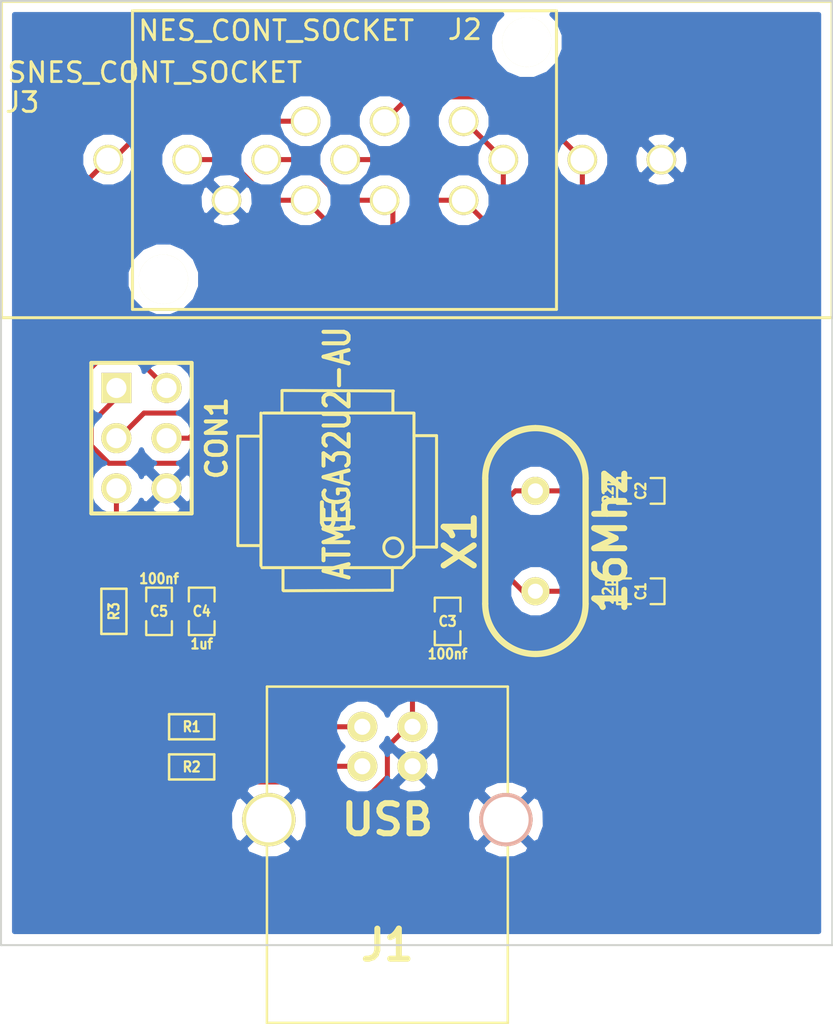
<source format=kicad_pcb>
(kicad_pcb (version 3) (host pcbnew "(22-Jun-2014 BZR 4027)-stable")

  (general
    (links 47)
    (no_connects 3)
    (area 194.640999 121.615999 227.253001 165.912001)
    (thickness 1.6)
    (drawings 8)
    (tracks 127)
    (zones 0)
    (modules 14)
    (nets 19)
  )

  (page A3)
  (layers
    (15 F.Cu signal)
    (0 B.Cu signal)
    (16 B.Adhes user)
    (17 F.Adhes user)
    (18 B.Paste user)
    (19 F.Paste user)
    (20 B.SilkS user)
    (21 F.SilkS user)
    (22 B.Mask user)
    (23 F.Mask user)
    (24 Dwgs.User user)
    (25 Cmts.User user)
    (26 Eco1.User user)
    (27 Eco2.User user)
    (28 Edge.Cuts user)
  )

  (setup
    (last_trace_width 0.254)
    (trace_clearance 0.254)
    (zone_clearance 0.508)
    (zone_45_only no)
    (trace_min 0.254)
    (segment_width 0.2)
    (edge_width 0.1)
    (via_size 0.889)
    (via_drill 0.635)
    (via_min_size 0.889)
    (via_min_drill 0.508)
    (uvia_size 0.508)
    (uvia_drill 0.127)
    (uvias_allowed no)
    (uvia_min_size 0.508)
    (uvia_min_drill 0.127)
    (pcb_text_width 0.3)
    (pcb_text_size 1.5 1.5)
    (mod_edge_width 0.15)
    (mod_text_size 1 1)
    (mod_text_width 0.15)
    (pad_size 2.5 2.5)
    (pad_drill 2.5)
    (pad_to_mask_clearance 0)
    (aux_axis_origin 0 0)
    (visible_elements FFFFFFBF)
    (pcbplotparams
      (layerselection 3178497)
      (usegerberextensions true)
      (excludeedgelayer true)
      (linewidth 0.150000)
      (plotframeref false)
      (viasonmask false)
      (mode 1)
      (useauxorigin false)
      (hpglpennumber 1)
      (hpglpenspeed 20)
      (hpglpendiameter 15)
      (hpglpenoverlay 2)
      (psnegative false)
      (psa4output false)
      (plotreference true)
      (plotvalue true)
      (plotothertext true)
      (plotinvisibletext false)
      (padsonsilk false)
      (subtractmaskfromsilk false)
      (outputformat 1)
      (mirror false)
      (drillshape 1)
      (scaleselection 1)
      (outputdirectory ""))
  )

  (net 0 "")
  (net 1 CLOCK)
  (net 2 DATA0_PIN)
  (net 3 DATA1_PIN)
  (net 4 DATA2_PIN)
  (net 5 GND)
  (net 6 LATCH)
  (net 7 MISO)
  (net 8 MOSI)
  (net 9 N-0000018)
  (net 10 N-0000020)
  (net 11 N-0000021)
  (net 12 N-0000022)
  (net 13 N-0000029)
  (net 14 N-0000030)
  (net 15 N-0000031)
  (net 16 RESET)
  (net 17 SCK)
  (net 18 VCC)

  (net_class Default "Ceci est la Netclass par défaut"
    (clearance 0.254)
    (trace_width 0.254)
    (via_dia 0.889)
    (via_drill 0.635)
    (uvia_dia 0.508)
    (uvia_drill 0.127)
    (add_net "")
    (add_net CLOCK)
    (add_net DATA0_PIN)
    (add_net DATA1_PIN)
    (add_net DATA2_PIN)
    (add_net GND)
    (add_net LATCH)
    (add_net MISO)
    (add_net MOSI)
    (add_net N-0000018)
    (add_net N-0000020)
    (add_net N-0000021)
    (add_net N-0000022)
    (add_net N-0000029)
    (add_net N-0000030)
    (add_net N-0000031)
    (add_net RESET)
    (add_net SCK)
    (add_net VCC)
  )

  (module USB_B (layer F.Cu) (tedit 48A935FA) (tstamp 53DD6FF2)
    (at 210.82 159.512)
    (tags USB)
    (path /53DB98C4)
    (fp_text reference J1 (at 0 6.35) (layer F.SilkS)
      (effects (font (size 1.524 1.524) (thickness 0.3048)))
    )
    (fp_text value USB (at 0 0) (layer F.SilkS)
      (effects (font (size 1.524 1.524) (thickness 0.3048)))
    )
    (fp_line (start -6.096 10.287) (end 6.096 10.287) (layer F.SilkS) (width 0.127))
    (fp_line (start 6.096 10.287) (end 6.096 -6.731) (layer F.SilkS) (width 0.127))
    (fp_line (start 6.096 -6.731) (end -6.096 -6.731) (layer F.SilkS) (width 0.127))
    (fp_line (start -6.096 -6.731) (end -6.096 10.287) (layer F.SilkS) (width 0.127))
    (pad 1 thru_hole circle (at 1.27 -4.699) (size 1.524 1.524) (drill 0.8128)
      (layers *.Cu *.Mask F.SilkS)
      (net 18 VCC)
    )
    (pad 2 thru_hole circle (at -1.27 -4.699) (size 1.524 1.524) (drill 0.8128)
      (layers *.Cu *.Mask F.SilkS)
      (net 12 N-0000022)
    )
    (pad 3 thru_hole circle (at -1.27 -2.70002) (size 1.524 1.524) (drill 0.8128)
      (layers *.Cu *.Mask F.SilkS)
      (net 9 N-0000018)
    )
    (pad 4 thru_hole circle (at 1.27 -2.70002) (size 1.524 1.524) (drill 0.8128)
      (layers *.Cu *.Mask F.SilkS)
      (net 5 GND)
    )
    (pad 5 np_thru_hole circle (at 5.99948 0) (size 2.70002 2.70002) (drill 2.30124)
      (layers *.Cu *.SilkS *.Mask)
      (net 5 GND)
    )
    (pad 6 thru_hole circle (at -5.99948 0) (size 2.70002 2.70002) (drill 2.30124)
      (layers *.Cu *.Mask F.SilkS)
      (net 5 GND)
    )
    (model connectors/USB_type_B.wrl
      (at (xyz 0 0 0.001))
      (scale (xyz 0.3937 0.3937 0.3937))
      (rotate (xyz 0 0 0))
    )
  )

  (module TQFP32 (layer F.Cu) (tedit 53DD7096) (tstamp 53DD7028)
    (at 208.28 142.875 180)
    (path /53DBB1ED)
    (fp_text reference U1 (at 0 -1.27 180) (layer F.SilkS)
      (effects (font (size 1.27 1.016) (thickness 0.2032)))
    )
    (fp_text value ATMEGA32U2-AU (at 0 1.905 270) (layer F.SilkS)
      (effects (font (size 1.27 1.016) (thickness 0.2032)))
    )
    (fp_line (start 5.0292 2.7686) (end 3.8862 2.7686) (layer F.SilkS) (width 0.1524))
    (fp_line (start 5.0292 -2.7686) (end 3.9116 -2.7686) (layer F.SilkS) (width 0.1524))
    (fp_line (start 5.0292 2.7686) (end 5.0292 -2.7686) (layer F.SilkS) (width 0.1524))
    (fp_line (start 2.794 3.9624) (end 2.794 5.0546) (layer F.SilkS) (width 0.1524))
    (fp_line (start -2.8194 3.9878) (end -2.8194 5.0546) (layer F.SilkS) (width 0.1524))
    (fp_line (start -2.8448 5.0546) (end 2.794 5.08) (layer F.SilkS) (width 0.1524))
    (fp_line (start -2.794 -5.0292) (end 2.7178 -5.0546) (layer F.SilkS) (width 0.1524))
    (fp_line (start -3.8862 -3.2766) (end -3.8862 3.9116) (layer F.SilkS) (width 0.1524))
    (fp_line (start 2.7432 -5.0292) (end 2.7432 -3.9878) (layer F.SilkS) (width 0.1524))
    (fp_line (start -3.2512 -3.8862) (end 3.81 -3.8862) (layer F.SilkS) (width 0.1524))
    (fp_line (start 3.8608 3.937) (end 3.8608 -3.7846) (layer F.SilkS) (width 0.1524))
    (fp_line (start -3.8862 3.937) (end 3.7338 3.937) (layer F.SilkS) (width 0.1524))
    (fp_line (start -5.0292 -2.8448) (end -5.0292 2.794) (layer F.SilkS) (width 0.1524))
    (fp_line (start -5.0292 2.794) (end -3.8862 2.794) (layer F.SilkS) (width 0.1524))
    (fp_line (start -3.87604 -3.302) (end -3.29184 -3.8862) (layer F.SilkS) (width 0.1524))
    (fp_line (start -5.02412 -2.8448) (end -3.87604 -2.8448) (layer F.SilkS) (width 0.1524))
    (fp_line (start -2.794 -3.8862) (end -2.794 -5.03428) (layer F.SilkS) (width 0.1524))
    (fp_circle (center -2.83972 -2.86004) (end -2.43332 -2.60604) (layer F.SilkS) (width 0.1524))
    (pad 8 smd rect (at -4.81584 2.77622 180) (size 1.99898 0.44958)
      (layers F.Cu F.Paste F.Mask)
      (net 2 DATA0_PIN)
    )
    (pad 7 smd rect (at -4.81584 1.97612 180) (size 1.99898 0.44958)
      (layers F.Cu F.Paste F.Mask)
      (net 3 DATA1_PIN)
    )
    (pad 6 smd rect (at -4.81584 1.17602 180) (size 1.99898 0.44958)
      (layers F.Cu F.Paste F.Mask)
      (net 4 DATA2_PIN)
    )
    (pad 5 smd rect (at -4.81584 0.37592 180) (size 1.99898 0.44958)
      (layers F.Cu F.Paste F.Mask)
    )
    (pad 4 smd rect (at -4.81584 -0.42418 180) (size 1.99898 0.44958)
      (layers F.Cu F.Paste F.Mask)
      (net 18 VCC)
    )
    (pad 3 smd rect (at -4.81584 -1.22428 180) (size 1.99898 0.44958)
      (layers F.Cu F.Paste F.Mask)
      (net 5 GND)
    )
    (pad 2 smd rect (at -4.81584 -2.02438 180) (size 1.99898 0.44958)
      (layers F.Cu F.Paste F.Mask)
      (net 15 N-0000031)
    )
    (pad 1 smd rect (at -4.81584 -2.82448 180) (size 1.99898 0.44958)
      (layers F.Cu F.Paste F.Mask)
      (net 14 N-0000030)
    )
    (pad 24 smd rect (at 4.7498 -2.8194 180) (size 1.99898 0.44958)
      (layers F.Cu F.Paste F.Mask)
      (net 16 RESET)
    )
    (pad 17 smd rect (at 4.7498 2.794 180) (size 1.99898 0.44958)
      (layers F.Cu F.Paste F.Mask)
      (net 7 MISO)
    )
    (pad 18 smd rect (at 4.7498 1.9812 180) (size 1.99898 0.44958)
      (layers F.Cu F.Paste F.Mask)
    )
    (pad 19 smd rect (at 4.7498 1.1684 180) (size 1.99898 0.44958)
      (layers F.Cu F.Paste F.Mask)
    )
    (pad 20 smd rect (at 4.7498 0.381 180) (size 1.99898 0.44958)
      (layers F.Cu F.Paste F.Mask)
    )
    (pad 21 smd rect (at 4.7498 -0.4318 180) (size 1.99898 0.44958)
      (layers F.Cu F.Paste F.Mask)
    )
    (pad 22 smd rect (at 4.7498 -1.2192 180) (size 1.99898 0.44958)
      (layers F.Cu F.Paste F.Mask)
    )
    (pad 23 smd rect (at 4.7498 -2.032 180) (size 1.99898 0.44958)
      (layers F.Cu F.Paste F.Mask)
    )
    (pad 32 smd rect (at -2.82448 -4.826 180) (size 0.44958 1.99898)
      (layers F.Cu F.Paste F.Mask)
      (net 18 VCC)
    )
    (pad 31 smd rect (at -2.02692 -4.826 180) (size 0.44958 1.99898)
      (layers F.Cu F.Paste F.Mask)
      (net 18 VCC)
    )
    (pad 30 smd rect (at -1.22428 -4.826 180) (size 0.44958 1.99898)
      (layers F.Cu F.Paste F.Mask)
      (net 11 N-0000021)
    )
    (pad 29 smd rect (at -0.42672 -4.826 180) (size 0.44958 1.99898)
      (layers F.Cu F.Paste F.Mask)
      (net 13 N-0000029)
    )
    (pad 28 smd rect (at 0.37592 -4.826 180) (size 0.44958 1.99898)
      (layers F.Cu F.Paste F.Mask)
      (net 5 GND)
    )
    (pad 27 smd rect (at 1.17348 -4.826 180) (size 0.44958 1.99898)
      (layers F.Cu F.Paste F.Mask)
      (net 10 N-0000020)
    )
    (pad 26 smd rect (at 1.97612 -4.826 180) (size 0.44958 1.99898)
      (layers F.Cu F.Paste F.Mask)
    )
    (pad 25 smd rect (at 2.77368 -4.826 180) (size 0.44958 1.99898)
      (layers F.Cu F.Paste F.Mask)
    )
    (pad 9 smd rect (at -2.8194 4.7752 180) (size 0.44958 1.99898)
      (layers F.Cu F.Paste F.Mask)
      (net 6 LATCH)
    )
    (pad 10 smd rect (at -2.032 4.7752 180) (size 0.44958 1.99898)
      (layers F.Cu F.Paste F.Mask)
      (net 1 CLOCK)
    )
    (pad 11 smd rect (at -1.2192 4.7752 180) (size 0.44958 1.99898)
      (layers F.Cu F.Paste F.Mask)
    )
    (pad 12 smd rect (at -0.4318 4.7752 180) (size 0.44958 1.99898)
      (layers F.Cu F.Paste F.Mask)
    )
    (pad 13 smd rect (at 0.3556 4.7752 180) (size 0.44958 1.99898)
      (layers F.Cu F.Paste F.Mask)
    )
    (pad 14 smd rect (at 1.1684 4.7752 180) (size 0.44958 1.99898)
      (layers F.Cu F.Paste F.Mask)
    )
    (pad 15 smd rect (at 1.9812 4.7752 180) (size 0.44958 1.99898)
      (layers F.Cu F.Paste F.Mask)
      (net 17 SCK)
    )
    (pad 16 smd rect (at 2.794 4.7752 180) (size 0.44958 1.99898)
      (layers F.Cu F.Paste F.Mask)
      (net 8 MOSI)
    )
    (model smd/tqfp32.wrl
      (at (xyz 0 0 0))
      (scale (xyz 1 1 1))
      (rotate (xyz 0 0 0))
    )
  )

  (module SM0603_Capa (layer F.Cu) (tedit 5051B1EC) (tstamp 53DD7034)
    (at 201.422 148.971 90)
    (path /53DC158C)
    (attr smd)
    (fp_text reference C4 (at 0 0 180) (layer F.SilkS)
      (effects (font (size 0.508 0.4572) (thickness 0.1143)))
    )
    (fp_text value 1uf (at -1.651 0 180) (layer F.SilkS)
      (effects (font (size 0.508 0.4572) (thickness 0.1143)))
    )
    (fp_line (start 0.50038 0.65024) (end 1.19888 0.65024) (layer F.SilkS) (width 0.11938))
    (fp_line (start -0.50038 0.65024) (end -1.19888 0.65024) (layer F.SilkS) (width 0.11938))
    (fp_line (start 0.50038 -0.65024) (end 1.19888 -0.65024) (layer F.SilkS) (width 0.11938))
    (fp_line (start -1.19888 -0.65024) (end -0.50038 -0.65024) (layer F.SilkS) (width 0.11938))
    (fp_line (start 1.19888 -0.635) (end 1.19888 0.635) (layer F.SilkS) (width 0.11938))
    (fp_line (start -1.19888 0.635) (end -1.19888 -0.635) (layer F.SilkS) (width 0.11938))
    (pad 1 smd rect (at -0.762 0 90) (size 0.635 1.143)
      (layers F.Cu F.Paste F.Mask)
      (net 5 GND)
    )
    (pad 2 smd rect (at 0.762 0 90) (size 0.635 1.143)
      (layers F.Cu F.Paste F.Mask)
      (net 10 N-0000020)
    )
    (model smd\capacitors\C0603.wrl
      (at (xyz 0 0 0.001))
      (scale (xyz 0.5 0.5 0.5))
      (rotate (xyz 0 0 0))
    )
  )

  (module SM0603_Capa (layer F.Cu) (tedit 5051B1EC) (tstamp 53DD7040)
    (at 223.647 147.955)
    (path /53DC159B)
    (attr smd)
    (fp_text reference C1 (at 0 0 90) (layer F.SilkS)
      (effects (font (size 0.508 0.4572) (thickness 0.1143)))
    )
    (fp_text value 22p (at -1.651 0 90) (layer F.SilkS)
      (effects (font (size 0.508 0.4572) (thickness 0.1143)))
    )
    (fp_line (start 0.50038 0.65024) (end 1.19888 0.65024) (layer F.SilkS) (width 0.11938))
    (fp_line (start -0.50038 0.65024) (end -1.19888 0.65024) (layer F.SilkS) (width 0.11938))
    (fp_line (start 0.50038 -0.65024) (end 1.19888 -0.65024) (layer F.SilkS) (width 0.11938))
    (fp_line (start -1.19888 -0.65024) (end -0.50038 -0.65024) (layer F.SilkS) (width 0.11938))
    (fp_line (start 1.19888 -0.635) (end 1.19888 0.635) (layer F.SilkS) (width 0.11938))
    (fp_line (start -1.19888 0.635) (end -1.19888 -0.635) (layer F.SilkS) (width 0.11938))
    (pad 1 smd rect (at -0.762 0) (size 0.635 1.143)
      (layers F.Cu F.Paste F.Mask)
      (net 14 N-0000030)
    )
    (pad 2 smd rect (at 0.762 0) (size 0.635 1.143)
      (layers F.Cu F.Paste F.Mask)
      (net 5 GND)
    )
    (model smd\capacitors\C0603.wrl
      (at (xyz 0 0 0.001))
      (scale (xyz 0.5 0.5 0.5))
      (rotate (xyz 0 0 0))
    )
  )

  (module SM0603_Capa (layer F.Cu) (tedit 5051B1EC) (tstamp 53DD704C)
    (at 223.647 142.875)
    (path /53DC15AA)
    (attr smd)
    (fp_text reference C2 (at 0 0 90) (layer F.SilkS)
      (effects (font (size 0.508 0.4572) (thickness 0.1143)))
    )
    (fp_text value 22p (at -1.651 0 90) (layer F.SilkS)
      (effects (font (size 0.508 0.4572) (thickness 0.1143)))
    )
    (fp_line (start 0.50038 0.65024) (end 1.19888 0.65024) (layer F.SilkS) (width 0.11938))
    (fp_line (start -0.50038 0.65024) (end -1.19888 0.65024) (layer F.SilkS) (width 0.11938))
    (fp_line (start 0.50038 -0.65024) (end 1.19888 -0.65024) (layer F.SilkS) (width 0.11938))
    (fp_line (start -1.19888 -0.65024) (end -0.50038 -0.65024) (layer F.SilkS) (width 0.11938))
    (fp_line (start 1.19888 -0.635) (end 1.19888 0.635) (layer F.SilkS) (width 0.11938))
    (fp_line (start -1.19888 0.635) (end -1.19888 -0.635) (layer F.SilkS) (width 0.11938))
    (pad 1 smd rect (at -0.762 0) (size 0.635 1.143)
      (layers F.Cu F.Paste F.Mask)
      (net 15 N-0000031)
    )
    (pad 2 smd rect (at 0.762 0) (size 0.635 1.143)
      (layers F.Cu F.Paste F.Mask)
      (net 5 GND)
    )
    (model smd\capacitors\C0603.wrl
      (at (xyz 0 0 0.001))
      (scale (xyz 0.5 0.5 0.5))
      (rotate (xyz 0 0 0))
    )
  )

  (module SM0603_Capa (layer F.Cu) (tedit 5051B1EC) (tstamp 53DD7058)
    (at 213.868 149.479 90)
    (path /53DD214D)
    (attr smd)
    (fp_text reference C3 (at 0 0 180) (layer F.SilkS)
      (effects (font (size 0.508 0.4572) (thickness 0.1143)))
    )
    (fp_text value 100nf (at -1.651 0 180) (layer F.SilkS)
      (effects (font (size 0.508 0.4572) (thickness 0.1143)))
    )
    (fp_line (start 0.50038 0.65024) (end 1.19888 0.65024) (layer F.SilkS) (width 0.11938))
    (fp_line (start -0.50038 0.65024) (end -1.19888 0.65024) (layer F.SilkS) (width 0.11938))
    (fp_line (start 0.50038 -0.65024) (end 1.19888 -0.65024) (layer F.SilkS) (width 0.11938))
    (fp_line (start -1.19888 -0.65024) (end -0.50038 -0.65024) (layer F.SilkS) (width 0.11938))
    (fp_line (start 1.19888 -0.635) (end 1.19888 0.635) (layer F.SilkS) (width 0.11938))
    (fp_line (start -1.19888 0.635) (end -1.19888 -0.635) (layer F.SilkS) (width 0.11938))
    (pad 1 smd rect (at -0.762 0 90) (size 0.635 1.143)
      (layers F.Cu F.Paste F.Mask)
      (net 5 GND)
    )
    (pad 2 smd rect (at 0.762 0 90) (size 0.635 1.143)
      (layers F.Cu F.Paste F.Mask)
      (net 18 VCC)
    )
    (model smd\capacitors\C0603.wrl
      (at (xyz 0 0 0.001))
      (scale (xyz 0.5 0.5 0.5))
      (rotate (xyz 0 0 0))
    )
  )

  (module SM0603 (layer F.Cu) (tedit 53E0FB32) (tstamp 53E0FB61)
    (at 200.914 154.813 180)
    (path /53DBBAFE)
    (attr smd)
    (fp_text reference R1 (at 0 0 180) (layer F.SilkS)
      (effects (font (size 0.508 0.4572) (thickness 0.1143)))
    )
    (fp_text value 22ohms (at 0 0 180) (layer F.SilkS) hide
      (effects (font (size 0.508 0.4572) (thickness 0.1143)))
    )
    (fp_line (start -1.143 -0.635) (end 1.143 -0.635) (layer F.SilkS) (width 0.127))
    (fp_line (start 1.143 -0.635) (end 1.143 0.635) (layer F.SilkS) (width 0.127))
    (fp_line (start 1.143 0.635) (end -1.143 0.635) (layer F.SilkS) (width 0.127))
    (fp_line (start -1.143 0.635) (end -1.143 -0.635) (layer F.SilkS) (width 0.127))
    (pad 1 smd rect (at -0.762 0 180) (size 0.635 1.143)
      (layers F.Cu F.Paste F.Mask)
      (net 12 N-0000022)
    )
    (pad 2 smd rect (at 0.762 0 180) (size 0.635 1.143)
      (layers F.Cu F.Paste F.Mask)
      (net 11 N-0000021)
    )
    (model smd\resistors\R0603.wrl
      (at (xyz 0 0 0.001))
      (scale (xyz 0.5 0.5 0.5))
      (rotate (xyz 0 0 0))
    )
  )

  (module SM0603 (layer F.Cu) (tedit 4E43A3D1) (tstamp 53DD706C)
    (at 200.914 156.845 180)
    (path /53DBBB0D)
    (attr smd)
    (fp_text reference R2 (at 0 0 180) (layer F.SilkS)
      (effects (font (size 0.508 0.4572) (thickness 0.1143)))
    )
    (fp_text value 22ohms (at 0 0 180) (layer F.SilkS) hide
      (effects (font (size 0.508 0.4572) (thickness 0.1143)))
    )
    (fp_line (start -1.143 -0.635) (end 1.143 -0.635) (layer F.SilkS) (width 0.127))
    (fp_line (start 1.143 -0.635) (end 1.143 0.635) (layer F.SilkS) (width 0.127))
    (fp_line (start 1.143 0.635) (end -1.143 0.635) (layer F.SilkS) (width 0.127))
    (fp_line (start -1.143 0.635) (end -1.143 -0.635) (layer F.SilkS) (width 0.127))
    (pad 1 smd rect (at -0.762 0 180) (size 0.635 1.143)
      (layers F.Cu F.Paste F.Mask)
      (net 9 N-0000018)
    )
    (pad 2 smd rect (at 0.762 0 180) (size 0.635 1.143)
      (layers F.Cu F.Paste F.Mask)
      (net 13 N-0000029)
    )
    (model smd\resistors\R0603.wrl
      (at (xyz 0 0 0.001))
      (scale (xyz 0.5 0.5 0.5))
      (rotate (xyz 0 0 0))
    )
  )

  (module SM0603 (layer F.Cu) (tedit 4E43A3D1) (tstamp 53DD7076)
    (at 196.977 148.971 90)
    (path /53DC1CB7)
    (attr smd)
    (fp_text reference R3 (at 0 0 90) (layer F.SilkS)
      (effects (font (size 0.508 0.4572) (thickness 0.1143)))
    )
    (fp_text value 10K (at 0 0 90) (layer F.SilkS) hide
      (effects (font (size 0.508 0.4572) (thickness 0.1143)))
    )
    (fp_line (start -1.143 -0.635) (end 1.143 -0.635) (layer F.SilkS) (width 0.127))
    (fp_line (start 1.143 -0.635) (end 1.143 0.635) (layer F.SilkS) (width 0.127))
    (fp_line (start 1.143 0.635) (end -1.143 0.635) (layer F.SilkS) (width 0.127))
    (fp_line (start -1.143 0.635) (end -1.143 -0.635) (layer F.SilkS) (width 0.127))
    (pad 1 smd rect (at -0.762 0 90) (size 0.635 1.143)
      (layers F.Cu F.Paste F.Mask)
      (net 18 VCC)
    )
    (pad 2 smd rect (at 0.762 0 90) (size 0.635 1.143)
      (layers F.Cu F.Paste F.Mask)
      (net 16 RESET)
    )
    (model smd\resistors\R0603.wrl
      (at (xyz 0 0 0.001))
      (scale (xyz 0.5 0.5 0.5))
      (rotate (xyz 0 0 0))
    )
  )

  (module pin_array_3x2 (layer F.Cu) (tedit 42931587) (tstamp 53DD7084)
    (at 198.374 140.208 270)
    (descr "Double rangee de contacts 2 x 4 pins")
    (tags CONN)
    (path /53DC1AF4)
    (fp_text reference CON1 (at 0 -3.81 270) (layer F.SilkS)
      (effects (font (size 1.016 1.016) (thickness 0.2032)))
    )
    (fp_text value AVR-ISP6 (at 0 3.81 270) (layer F.SilkS) hide
      (effects (font (size 1.016 1.016) (thickness 0.2032)))
    )
    (fp_line (start 3.81 2.54) (end -3.81 2.54) (layer F.SilkS) (width 0.2032))
    (fp_line (start -3.81 -2.54) (end 3.81 -2.54) (layer F.SilkS) (width 0.2032))
    (fp_line (start 3.81 -2.54) (end 3.81 2.54) (layer F.SilkS) (width 0.2032))
    (fp_line (start -3.81 2.54) (end -3.81 -2.54) (layer F.SilkS) (width 0.2032))
    (pad 1 thru_hole rect (at -2.54 1.27 270) (size 1.524 1.524) (drill 1.016)
      (layers *.Cu *.Mask F.SilkS)
      (net 7 MISO)
    )
    (pad 2 thru_hole circle (at -2.54 -1.27 270) (size 1.524 1.524) (drill 1.016)
      (layers *.Cu *.Mask F.SilkS)
      (net 18 VCC)
    )
    (pad 3 thru_hole circle (at 0 1.27 270) (size 1.524 1.524) (drill 1.016)
      (layers *.Cu *.Mask F.SilkS)
      (net 17 SCK)
    )
    (pad 4 thru_hole circle (at 0 -1.27 270) (size 1.524 1.524) (drill 1.016)
      (layers *.Cu *.Mask F.SilkS)
      (net 8 MOSI)
    )
    (pad 5 thru_hole circle (at 2.54 1.27 270) (size 1.524 1.524) (drill 1.016)
      (layers *.Cu *.Mask F.SilkS)
      (net 16 RESET)
    )
    (pad 6 thru_hole circle (at 2.54 -1.27 270) (size 1.524 1.524) (drill 1.016)
      (layers *.Cu *.Mask F.SilkS)
      (net 5 GND)
    )
    (model pin_array/pins_array_3x2.wrl
      (at (xyz 0 0 0))
      (scale (xyz 1 1 1))
      (rotate (xyz 0 0 0))
    )
  )

  (module HC-49V (layer F.Cu) (tedit 4C5EC450) (tstamp 53DD7090)
    (at 218.313 145.415 90)
    (descr "Quartz boitier HC-49 Vertical")
    (tags "QUARTZ DEV")
    (path /53DBBAE1)
    (autoplace_cost180 10)
    (fp_text reference X1 (at 0 -3.81 90) (layer F.SilkS)
      (effects (font (size 1.524 1.524) (thickness 0.3048)))
    )
    (fp_text value 16Mhz (at 0 3.81 90) (layer F.SilkS)
      (effects (font (size 1.524 1.524) (thickness 0.3048)))
    )
    (fp_line (start -3.175 2.54) (end 3.175 2.54) (layer F.SilkS) (width 0.3175))
    (fp_line (start -3.175 -2.54) (end 3.175 -2.54) (layer F.SilkS) (width 0.3175))
    (fp_arc (start 3.175 0) (end 3.175 -2.54) (angle 90) (layer F.SilkS) (width 0.3175))
    (fp_arc (start 3.175 0) (end 5.715 0) (angle 90) (layer F.SilkS) (width 0.3175))
    (fp_arc (start -3.175 0) (end -5.715 0) (angle 90) (layer F.SilkS) (width 0.3175))
    (fp_arc (start -3.175 0) (end -3.175 2.54) (angle 90) (layer F.SilkS) (width 0.3175))
    (pad 1 thru_hole circle (at -2.54 0 90) (size 1.4224 1.4224) (drill 0.762)
      (layers *.Cu *.Mask F.SilkS)
      (net 14 N-0000030)
    )
    (pad 2 thru_hole circle (at 2.54 0 90) (size 1.4224 1.4224) (drill 0.762)
      (layers *.Cu *.Mask F.SilkS)
      (net 15 N-0000031)
    )
    (model discret/xtal/crystal_hc18u_vertical.wrl
      (at (xyz 0 0 0))
      (scale (xyz 1 1 0.2))
      (rotate (xyz 0 0 0))
    )
  )

  (module SM0603_Capa (layer F.Cu) (tedit 5051B1EC) (tstamp 53DE7E6D)
    (at 199.263 148.971 270)
    (path /53DE7D03)
    (attr smd)
    (fp_text reference C5 (at 0 0 360) (layer F.SilkS)
      (effects (font (size 0.508 0.4572) (thickness 0.1143)))
    )
    (fp_text value 100nf (at -1.651 0 360) (layer F.SilkS)
      (effects (font (size 0.508 0.4572) (thickness 0.1143)))
    )
    (fp_line (start 0.50038 0.65024) (end 1.19888 0.65024) (layer F.SilkS) (width 0.11938))
    (fp_line (start -0.50038 0.65024) (end -1.19888 0.65024) (layer F.SilkS) (width 0.11938))
    (fp_line (start 0.50038 -0.65024) (end 1.19888 -0.65024) (layer F.SilkS) (width 0.11938))
    (fp_line (start -1.19888 -0.65024) (end -0.50038 -0.65024) (layer F.SilkS) (width 0.11938))
    (fp_line (start 1.19888 -0.635) (end 1.19888 0.635) (layer F.SilkS) (width 0.11938))
    (fp_line (start -1.19888 0.635) (end -1.19888 -0.635) (layer F.SilkS) (width 0.11938))
    (pad 1 smd rect (at -0.762 0 270) (size 0.635 1.143)
      (layers F.Cu F.Paste F.Mask)
      (net 16 RESET)
    )
    (pad 2 smd rect (at 0.762 0 270) (size 0.635 1.143)
      (layers F.Cu F.Paste F.Mask)
      (net 5 GND)
    )
    (model smd\capacitors\C0603.wrl
      (at (xyz 0 0 0.001))
      (scale (xyz 0.5 0.5 0.5))
      (rotate (xyz 0 0 0))
    )
  )

  (module SNES_CONT_SOCKET (layer F.Cu) (tedit 5468DC9D) (tstamp 5468D975)
    (at 224.6884 126.111)
    (path /5468BDED)
    (fp_text reference J3 (at -32.3469 -2.8956) (layer F.SilkS)
      (effects (font (size 1 1) (thickness 0.15)))
    )
    (fp_text value SNES_CONT_SOCKET (at -25.6413 -4.4069) (layer F.SilkS)
      (effects (font (size 1 1) (thickness 0.15)))
    )
    (fp_line (start 8.636 -8.001) (end 8.636 8.001) (layer F.SilkS) (width 0.15))
    (fp_line (start 8.636 8.001) (end -33.401 8.001) (layer F.SilkS) (width 0.15))
    (fp_line (start -33.401 -8.001) (end -33.401 8.001) (layer F.SilkS) (width 0.15))
    (fp_line (start 8.636 -8.001) (end -33.401 -8.001) (layer F.SilkS) (width 0.15))
    (pad 1 thru_hole circle (at 0 0) (size 1.5 1.5) (drill 1.2)
      (layers *.Cu *.Mask F.SilkS)
      (net 5 GND)
    )
    (pad 2 thru_hole circle (at -4 0) (size 1.5 1.5) (drill 1.2)
      (layers *.Cu *.Mask F.SilkS)
      (net 4 DATA2_PIN)
    )
    (pad 3 thru_hole circle (at -8 0) (size 1.5 1.5) (drill 1.2)
      (layers *.Cu *.Mask F.SilkS)
      (net 3 DATA1_PIN)
    )
    (pad 4 thru_hole circle (at -16 0) (size 1.5 1.5) (drill 1.2)
      (layers *.Cu *.Mask F.SilkS)
      (net 2 DATA0_PIN)
    )
    (pad 5 thru_hole circle (at -20 0) (size 1.5 1.5) (drill 1.2)
      (layers *.Cu *.Mask F.SilkS)
      (net 6 LATCH)
    )
    (pad 6 thru_hole circle (at -24 0) (size 1.5 1.5) (drill 1.2)
      (layers *.Cu *.Mask F.SilkS)
      (net 1 CLOCK)
    )
    (pad 7 thru_hole circle (at -28 0) (size 1.5 1.5) (drill 1.2)
      (layers *.Cu *.Mask F.SilkS)
      (net 18 VCC)
    )
  )

  (module NES_CONT_SOCKET (layer F.Cu) (tedit 5468DCA7) (tstamp 5468D987)
    (at 219.3798 118.5799 90)
    (path /5468BDDE)
    (fp_text reference J2 (at -0.9525 -4.6355 180) (layer F.SilkS)
      (effects (font (size 1 1) (thickness 0.15)))
    )
    (fp_text value NES_CONT_SOCKET (at -1.0033 -14.1859 180) (layer F.SilkS)
      (effects (font (size 1 1) (thickness 0.15)))
    )
    (fp_line (start -15.113 -21.463) (end 0 -21.463) (layer F.SilkS) (width 0.15))
    (fp_line (start 0 -21.463) (end 0 -20.447) (layer F.SilkS) (width 0.15))
    (fp_line (start -15.113 -21.463) (end -15.113 0) (layer F.SilkS) (width 0.15))
    (fp_line (start -15.113 0) (end 0 0) (layer F.SilkS) (width 0.15))
    (fp_line (start 0 0) (end 0 -20.447) (layer F.SilkS) (width 0.15))
    (pad 1 thru_hole circle (at -9.588 -16.699 90) (size 1.5 1.5) (drill 1.2)
      (layers *.Cu *.Mask F.SilkS)
      (net 5 GND)
    )
    (pad 2 thru_hole circle (at -9.588 -12.699 90) (size 1.5 1.5) (drill 1.2)
      (layers *.Cu *.Mask F.SilkS)
      (net 1 CLOCK)
    )
    (pad 3 thru_hole circle (at -9.588 -8.699 90) (size 1.5 1.5) (drill 1.2)
      (layers *.Cu *.Mask F.SilkS)
      (net 6 LATCH)
    )
    (pad 4 thru_hole circle (at -9.588 -4.699 90) (size 1.5 1.5) (drill 1.2)
      (layers *.Cu *.Mask F.SilkS)
      (net 2 DATA0_PIN)
    )
    (pad 5 thru_hole circle (at -5.588 -4.699 90) (size 1.5 1.5) (drill 1.2)
      (layers *.Cu *.Mask F.SilkS)
      (net 3 DATA1_PIN)
    )
    (pad 6 thru_hole circle (at -5.588 -8.699 90) (size 1.5 1.5) (drill 1.2)
      (layers *.Cu *.Mask F.SilkS)
      (net 4 DATA2_PIN)
    )
    (pad 7 thru_hole circle (at -5.588 -12.699 90) (size 1.5 1.5) (drill 1.2)
      (layers *.Cu *.Mask F.SilkS)
      (net 18 VCC)
    )
    (pad 2 np_thru_hole circle (at -13.588 -19.899 90) (size 2.5 2.5) (drill 2.5)
      (layers *.Cu *.Mask F.SilkS)
      (net 1 CLOCK)
    )
    (pad 3 np_thru_hole circle (at -1.588 -1.499 90) (size 2.5 2.5) (drill 2.5)
      (layers *.Cu *.Mask F.SilkS)
      (net 6 LATCH)
    )
  )

  (gr_line (start 191.262 165.862) (end 191.3128 165.862) (angle 90) (layer Edge.Cuts) (width 0.1))
  (gr_line (start 191.262 118.0846) (end 191.262 165.862) (angle 90) (layer Edge.Cuts) (width 0.1))
  (gr_line (start 233.3371 118.0846) (end 191.262 118.0846) (angle 90) (layer Edge.Cuts) (width 0.1))
  (gr_line (start 233.3371 165.862) (end 233.3371 118.0846) (angle 90) (layer Edge.Cuts) (width 0.1))
  (gr_line (start 191.2747 165.862) (end 233.3371 165.862) (angle 90) (layer Edge.Cuts) (width 0.1))
  (gr_text "Copyright 2014 antoine terrienne" (at 223.774 158.877 90) (layer F.Cu)
    (effects (font (size 0.5 0.5) (thickness 0.125)))
  )
  (gr_text https://github.com/letoine/MegadriveControllerToUSB (at 226.187 154.94 90) (layer F.Cu)
    (effects (font (size 0.5 0.5) (thickness 0.125)))
  )
  (gr_text "MegadriveControllerToUSB v1.0" (at 225.044 159.385 90) (layer F.Cu)
    (effects (font (size 0.5 0.5) (thickness 0.125)))
  )

  (segment (start 210.312 138.0998) (end 210.312 131.7991) (width 0.254) (layer F.Cu) (net 1) (status 400000))
  (segment (start 210.312 131.7991) (end 206.6808 128.1679) (width 0.254) (layer F.Cu) (net 1) (tstamp 5468DA42) (status 800000))
  (segment (start 200.6884 126.111) (end 202.7936 126.111) (width 0.254) (layer F.Cu) (net 1) (status 400000))
  (segment (start 204.8505 128.1679) (end 206.6808 128.1679) (width 0.254) (layer F.Cu) (net 1) (tstamp 5468D9E1) (status 800000))
  (segment (start 202.7936 126.111) (end 204.8505 128.1679) (width 0.254) (layer F.Cu) (net 1) (tstamp 5468D9DE))
  (segment (start 213.09584 140.09878) (end 215.09482 140.09878) (width 0.254) (layer F.Cu) (net 2) (status 400000))
  (segment (start 215.9254 129.4125) (end 214.6808 128.1679) (width 0.254) (layer F.Cu) (net 2) (tstamp 5468DA3B) (status 800000))
  (segment (start 215.9254 139.2682) (end 215.9254 129.4125) (width 0.254) (layer F.Cu) (net 2) (tstamp 5468DA39))
  (segment (start 215.09482 140.09878) (end 215.9254 139.2682) (width 0.254) (layer F.Cu) (net 2) (tstamp 5468DA37))
  (segment (start 208.6884 126.111) (end 210.7438 126.111) (width 0.254) (layer F.Cu) (net 2) (status 400000))
  (segment (start 212.8007 128.1679) (end 214.6808 128.1679) (width 0.254) (layer F.Cu) (net 2) (tstamp 5468D9F0) (status 800000))
  (segment (start 210.7438 126.111) (end 212.8007 128.1679) (width 0.254) (layer F.Cu) (net 2) (tstamp 5468D9EC))
  (segment (start 213.09584 140.89888) (end 215.71712 140.89888) (width 0.254) (layer F.Cu) (net 3) (status 400000))
  (segment (start 216.6884 139.9276) (end 216.6884 126.111) (width 0.254) (layer F.Cu) (net 3) (tstamp 5468DA32) (status 800000))
  (segment (start 215.71712 140.89888) (end 216.6884 139.9276) (width 0.254) (layer F.Cu) (net 3) (tstamp 5468DA2D))
  (segment (start 214.6808 124.1679) (end 214.7453 124.1679) (width 0.254) (layer F.Cu) (net 3) (status C00000))
  (segment (start 214.7453 124.1679) (end 216.6884 126.111) (width 0.254) (layer F.Cu) (net 3) (tstamp 5468D9F5) (status C00000))
  (segment (start 213.09584 141.69898) (end 216.18702 141.69898) (width 0.254) (layer F.Cu) (net 4) (status 400000))
  (segment (start 220.6884 137.1976) (end 220.6884 126.111) (width 0.254) (layer F.Cu) (net 4) (tstamp 5468DA29) (status 800000))
  (segment (start 216.18702 141.69898) (end 220.6884 137.1976) (width 0.254) (layer F.Cu) (net 4) (tstamp 5468DA24))
  (segment (start 210.6808 124.1679) (end 210.6808 124.1674) (width 0.254) (layer F.Cu) (net 4) (status C00000))
  (segment (start 217.5134 122.936) (end 220.6884 126.111) (width 0.254) (layer F.Cu) (net 4) (tstamp 5468DA00) (status 800000))
  (segment (start 211.9122 122.936) (end 217.5134 122.936) (width 0.254) (layer F.Cu) (net 4) (tstamp 5468D9FE))
  (segment (start 210.6808 124.1674) (end 211.9122 122.936) (width 0.254) (layer F.Cu) (net 4) (tstamp 5468D9FD) (status 400000))
  (segment (start 213.09584 144.09928) (end 215.05672 144.09928) (width 0.254) (layer F.Cu) (net 5))
  (segment (start 224.409 141.732) (end 224.409 142.875) (width 0.254) (layer F.Cu) (net 5) (tstamp 53E0FD12))
  (segment (start 224.155 141.478) (end 224.409 141.732) (width 0.254) (layer F.Cu) (net 5) (tstamp 53E0FD0F))
  (segment (start 217.678 141.478) (end 224.155 141.478) (width 0.254) (layer F.Cu) (net 5) (tstamp 53E0FD0B))
  (segment (start 215.05672 144.09928) (end 217.678 141.478) (width 0.254) (layer F.Cu) (net 5) (tstamp 53E0FD06))
  (segment (start 207.90408 147.701) (end 207.90408 146.29892) (width 0.254) (layer F.Cu) (net 5))
  (segment (start 210.10372 144.09928) (end 213.09584 144.09928) (width 0.254) (layer F.Cu) (net 5) (tstamp 53E0FD02))
  (segment (start 207.90408 146.29892) (end 210.10372 144.09928) (width 0.254) (layer F.Cu) (net 5) (tstamp 53E0FCFE))
  (segment (start 207.90408 147.701) (end 207.90408 149.34692) (width 0.254) (layer F.Cu) (net 5))
  (segment (start 203.073 149.733) (end 201.422 149.733) (width 0.254) (layer F.Cu) (net 5) (tstamp 53E0FCDF))
  (segment (start 203.327 149.987) (end 203.073 149.733) (width 0.254) (layer F.Cu) (net 5) (tstamp 53E0FCDB))
  (segment (start 207.264 149.987) (end 203.327 149.987) (width 0.254) (layer F.Cu) (net 5) (tstamp 53E0FCD4))
  (segment (start 207.90408 149.34692) (end 207.264 149.987) (width 0.254) (layer F.Cu) (net 5) (tstamp 53E0FCD2))
  (segment (start 199.263 149.733) (end 201.422 149.733) (width 0.254) (layer F.Cu) (net 5))
  (segment (start 224.409 147.955) (end 224.409 142.875) (width 0.254) (layer F.Cu) (net 5))
  (segment (start 213.868 150.241) (end 223.266 150.241) (width 0.254) (layer F.Cu) (net 5))
  (segment (start 224.409 149.098) (end 224.409 147.955) (width 0.254) (layer F.Cu) (net 5) (tstamp 53E0FC3B))
  (segment (start 223.266 150.241) (end 224.409 149.098) (width 0.254) (layer F.Cu) (net 5) (tstamp 53E0FC38))
  (segment (start 213.868 150.241) (end 213.868 155.03398) (width 0.254) (layer F.Cu) (net 5))
  (segment (start 213.868 155.03398) (end 212.09 156.81198) (width 0.254) (layer F.Cu) (net 5) (tstamp 53E0FC34))
  (segment (start 211.0994 138.0998) (end 211.0994 128.5865) (width 0.254) (layer F.Cu) (net 6) (status C00000))
  (segment (start 211.0994 128.5865) (end 210.6808 128.1679) (width 0.254) (layer F.Cu) (net 6) (tstamp 5468DA3F) (status C00000))
  (segment (start 204.6884 126.111) (end 206.5528 126.111) (width 0.254) (layer F.Cu) (net 6) (status 400000))
  (segment (start 208.6097 128.1679) (end 210.6808 128.1679) (width 0.254) (layer F.Cu) (net 6) (tstamp 5468D9E8) (status 800000))
  (segment (start 206.5528 126.111) (end 208.6097 128.1679) (width 0.254) (layer F.Cu) (net 6) (tstamp 5468D9E5))
  (segment (start 197.104 137.668) (end 197.104 138.176) (width 0.254) (layer F.Cu) (net 7))
  (segment (start 201.93 140.081) (end 203.5302 140.081) (width 0.254) (layer F.Cu) (net 7) (tstamp 53E0FD65))
  (segment (start 200.533 141.478) (end 201.93 140.081) (width 0.254) (layer F.Cu) (net 7) (tstamp 53E0FD62))
  (segment (start 196.723 141.478) (end 200.533 141.478) (width 0.254) (layer F.Cu) (net 7) (tstamp 53E0FD5B))
  (segment (start 195.834 140.589) (end 196.723 141.478) (width 0.254) (layer F.Cu) (net 7) (tstamp 53E0FD52))
  (segment (start 195.834 139.446) (end 195.834 140.589) (width 0.254) (layer F.Cu) (net 7) (tstamp 53E0FD4F))
  (segment (start 197.104 138.176) (end 195.834 139.446) (width 0.254) (layer F.Cu) (net 7) (tstamp 53E0FD49))
  (segment (start 199.644 140.208) (end 200.787 140.208) (width 0.254) (layer F.Cu) (net 8))
  (segment (start 202.8952 138.0998) (end 205.486 138.0998) (width 0.254) (layer F.Cu) (net 8) (tstamp 53E0FD75))
  (segment (start 200.787 140.208) (end 202.8952 138.0998) (width 0.254) (layer F.Cu) (net 8) (tstamp 53E0FD6C))
  (segment (start 209.55 156.81198) (end 201.70902 156.81198) (width 0.254) (layer F.Cu) (net 9))
  (segment (start 201.70902 156.81198) (end 201.676 156.845) (width 0.254) (layer F.Cu) (net 9) (tstamp 53E0FBBF))
  (segment (start 201.422 148.209) (end 202.946 148.209) (width 0.254) (layer F.Cu) (net 10))
  (segment (start 207.10652 148.87448) (end 207.10652 147.701) (width 0.254) (layer F.Cu) (net 10) (tstamp 53E0FCCD))
  (segment (start 206.629 149.352) (end 207.10652 148.87448) (width 0.254) (layer F.Cu) (net 10) (tstamp 53E0FCCC))
  (segment (start 204.089 149.352) (end 206.629 149.352) (width 0.254) (layer F.Cu) (net 10) (tstamp 53E0FCC8))
  (segment (start 202.946 148.209) (end 204.089 149.352) (width 0.254) (layer F.Cu) (net 10) (tstamp 53E0FCBF))
  (segment (start 200.152 154.813) (end 200.152 154.051) (width 0.254) (layer F.Cu) (net 11))
  (segment (start 209.50428 152.82672) (end 209.50428 147.701) (width 0.254) (layer F.Cu) (net 11) (tstamp 53E0FBC5))
  (segment (start 208.788 153.543) (end 209.50428 152.82672) (width 0.254) (layer F.Cu) (net 11) (tstamp 53E0FBC4))
  (segment (start 200.66 153.543) (end 208.788 153.543) (width 0.254) (layer F.Cu) (net 11) (tstamp 53E0FBC3))
  (segment (start 200.152 154.051) (end 200.66 153.543) (width 0.254) (layer F.Cu) (net 11) (tstamp 53E0FBC2))
  (segment (start 209.55 154.813) (end 201.676 154.813) (width 0.254) (layer F.Cu) (net 12))
  (segment (start 200.152 156.845) (end 199.898 156.845) (width 0.254) (layer F.Cu) (net 13))
  (segment (start 208.70672 152.48128) (end 208.70672 147.701) (width 0.254) (layer F.Cu) (net 13) (tstamp 53E0FBD8))
  (segment (start 208.28 152.908) (end 208.70672 152.48128) (width 0.254) (layer F.Cu) (net 13) (tstamp 53E0FBD7))
  (segment (start 200.406 152.908) (end 208.28 152.908) (width 0.254) (layer F.Cu) (net 13) (tstamp 53E0FBD3))
  (segment (start 199.136 154.178) (end 200.406 152.908) (width 0.254) (layer F.Cu) (net 13) (tstamp 53E0FBCF))
  (segment (start 199.136 156.083) (end 199.136 154.178) (width 0.254) (layer F.Cu) (net 13) (tstamp 53E0FBCB))
  (segment (start 199.898 156.845) (end 199.136 156.083) (width 0.254) (layer F.Cu) (net 13) (tstamp 53E0FBC8))
  (segment (start 218.313 147.955) (end 217.678 147.955) (width 0.254) (layer F.Cu) (net 14))
  (segment (start 215.42248 145.69948) (end 213.09584 145.69948) (width 0.254) (layer F.Cu) (net 14) (tstamp 53E0FC50))
  (segment (start 217.678 147.955) (end 215.42248 145.69948) (width 0.254) (layer F.Cu) (net 14) (tstamp 53E0FC4F))
  (segment (start 222.885 147.955) (end 218.313 147.955) (width 0.254) (layer F.Cu) (net 14))
  (segment (start 218.313 142.875) (end 217.297 142.875) (width 0.254) (layer F.Cu) (net 15))
  (segment (start 215.27262 144.89938) (end 213.09584 144.89938) (width 0.254) (layer F.Cu) (net 15) (tstamp 53E0FC4B))
  (segment (start 217.297 142.875) (end 215.27262 144.89938) (width 0.254) (layer F.Cu) (net 15) (tstamp 53E0FC45))
  (segment (start 222.885 142.875) (end 218.313 142.875) (width 0.254) (layer F.Cu) (net 15))
  (segment (start 197.104 142.748) (end 197.104 148.082) (width 0.254) (layer F.Cu) (net 16))
  (segment (start 197.104 148.082) (end 196.977 148.209) (width 0.254) (layer F.Cu) (net 16) (tstamp 53E0FCAE))
  (segment (start 196.977 148.209) (end 199.263 148.209) (width 0.254) (layer F.Cu) (net 16))
  (segment (start 199.263 148.209) (end 201.7776 145.6944) (width 0.254) (layer F.Cu) (net 16) (tstamp 53E0FC5D))
  (segment (start 201.7776 145.6944) (end 203.5302 145.6944) (width 0.254) (layer F.Cu) (net 16) (tstamp 53E0FC5E))
  (segment (start 197.104 140.208) (end 197.231 140.208) (width 0.254) (layer F.Cu) (net 17))
  (segment (start 206.2988 136.9568) (end 206.2988 138.0998) (width 0.254) (layer F.Cu) (net 17) (tstamp 53E0FD8A))
  (segment (start 205.74 136.398) (end 206.2988 136.9568) (width 0.254) (layer F.Cu) (net 17) (tstamp 53E0FD89))
  (segment (start 203.708 136.398) (end 205.74 136.398) (width 0.254) (layer F.Cu) (net 17) (tstamp 53E0FD85))
  (segment (start 201.168 138.938) (end 203.708 136.398) (width 0.254) (layer F.Cu) (net 17) (tstamp 53E0FD80))
  (segment (start 198.501 138.938) (end 201.168 138.938) (width 0.254) (layer F.Cu) (net 17) (tstamp 53E0FD7C))
  (segment (start 197.231 140.208) (end 198.501 138.938) (width 0.254) (layer F.Cu) (net 17) (tstamp 53E0FD7A))
  (segment (start 195.3133 138.6459) (end 195.3133 137.16) (width 0.254) (layer F.Cu) (net 18))
  (segment (start 198.2216 136.2456) (end 199.644 137.668) (width 0.254) (layer F.Cu) (net 18) (tstamp 5468DAA3) (status 800000))
  (segment (start 196.2277 136.2456) (end 198.2216 136.2456) (width 0.254) (layer F.Cu) (net 18) (tstamp 5468DAA2))
  (segment (start 195.3133 137.16) (end 196.2277 136.2456) (width 0.254) (layer F.Cu) (net 18) (tstamp 5468DAA0))
  (segment (start 196.977 149.733) (end 196.1515 149.733) (width 0.254) (layer F.Cu) (net 18) (status 400000))
  (segment (start 195.3133 127.4861) (end 196.6884 126.111) (width 0.254) (layer F.Cu) (net 18) (tstamp 5468DA97) (status 800000))
  (segment (start 195.3133 148.8948) (end 195.3133 138.6459) (width 0.254) (layer F.Cu) (net 18) (tstamp 5468DA91))
  (segment (start 195.3133 138.6459) (end 195.3133 127.4861) (width 0.254) (layer F.Cu) (net 18) (tstamp 5468DA9E))
  (segment (start 196.1515 149.733) (end 195.3133 148.8948) (width 0.254) (layer F.Cu) (net 18) (tstamp 5468DA8E))
  (segment (start 196.6884 126.111) (end 196.9389 126.111) (width 0.254) (layer F.Cu) (net 18) (status C00000))
  (segment (start 196.9389 126.111) (end 198.882 124.1679) (width 0.254) (layer F.Cu) (net 18) (tstamp 5468DA0A) (status 400000))
  (segment (start 198.882 124.1679) (end 206.6808 124.1679) (width 0.254) (layer F.Cu) (net 18) (tstamp 5468DA0C) (status 800000))
  (segment (start 212.09 154.813) (end 211.836 154.813) (width 0.254) (layer F.Cu) (net 18))
  (segment (start 196.977 156.083) (end 196.977 149.733) (width 0.254) (layer F.Cu) (net 18) (tstamp 53E0FE83))
  (segment (start 199.136 158.242) (end 196.977 156.083) (width 0.254) (layer F.Cu) (net 18) (tstamp 53E0FE77))
  (segment (start 203.2 158.242) (end 199.136 158.242) (width 0.254) (layer F.Cu) (net 18) (tstamp 53E0FE68))
  (segment (start 203.835 157.607) (end 203.2 158.242) (width 0.254) (layer F.Cu) (net 18) (tstamp 53E0FE63))
  (segment (start 205.994 157.607) (end 203.835 157.607) (width 0.254) (layer F.Cu) (net 18) (tstamp 53E0FE5F))
  (segment (start 206.629 158.242) (end 205.994 157.607) (width 0.254) (layer F.Cu) (net 18) (tstamp 53E0FE5D))
  (segment (start 209.931 158.242) (end 206.629 158.242) (width 0.254) (layer F.Cu) (net 18) (tstamp 53E0FE58))
  (segment (start 210.82 157.353) (end 209.931 158.242) (width 0.254) (layer F.Cu) (net 18) (tstamp 53E0FE54))
  (segment (start 210.82 155.829) (end 210.82 157.353) (width 0.254) (layer F.Cu) (net 18) (tstamp 53E0FE4C))
  (segment (start 211.836 154.813) (end 210.82 155.829) (width 0.254) (layer F.Cu) (net 18) (tstamp 53E0FE3C))
  (segment (start 211.10448 147.701) (end 212.852 147.701) (width 0.254) (layer F.Cu) (net 18))
  (segment (start 212.852 147.701) (end 213.868 148.717) (width 0.254) (layer F.Cu) (net 18) (tstamp 53E0FC30))
  (segment (start 211.10448 147.701) (end 210.30692 147.701) (width 0.254) (layer F.Cu) (net 18))
  (segment (start 212.09 154.813) (end 212.09 148.68652) (width 0.254) (layer F.Cu) (net 18))
  (segment (start 212.09 148.68652) (end 211.10448 147.701) (width 0.254) (layer F.Cu) (net 18) (tstamp 53E0FBDD))

  (zone (net 5) (net_name GND) (layer B.Cu) (tstamp 5468DB7D) (hatch edge 0.508)
    (connect_pads (clearance 0.508))
    (min_thickness 0.254)
    (fill (arc_segments 16) (thermal_gap 0.508) (thermal_bridge_width 0.508))
    (polygon
      (pts
        (xy 191.3255 118.1481) (xy 191.3255 165.7985) (xy 233.2736 165.7985) (xy 233.2355 118.1989) (xy 191.3255 118.1481)
      )
    )
    (filled_polygon
      (pts
        (xy 232.6521 165.177) (xy 226.085598 165.177) (xy 226.085598 126.31583) (xy 226.057628 125.765554) (xy 225.900858 125.387078)
        (xy 225.659917 125.319088) (xy 225.480312 125.498693) (xy 225.480312 125.139483) (xy 225.412322 124.898542) (xy 224.89323 124.713802)
        (xy 224.342954 124.741772) (xy 223.964478 124.898542) (xy 223.896488 125.139483) (xy 224.6884 125.931395) (xy 225.480312 125.139483)
        (xy 225.480312 125.498693) (xy 224.868005 126.111) (xy 225.659917 126.902912) (xy 225.900858 126.834922) (xy 226.085598 126.31583)
        (xy 226.085598 165.177) (xy 225.480312 165.177) (xy 225.480312 127.082517) (xy 224.6884 126.290605) (xy 224.508795 126.47021)
        (xy 224.508795 126.111) (xy 223.716883 125.319088) (xy 223.475942 125.387078) (xy 223.291202 125.90617) (xy 223.319172 126.456446)
        (xy 223.475942 126.834922) (xy 223.716883 126.902912) (xy 224.508795 126.111) (xy 224.508795 126.47021) (xy 223.896488 127.082517)
        (xy 223.964478 127.323458) (xy 224.48357 127.508198) (xy 225.033846 127.480228) (xy 225.412322 127.323458) (xy 225.480312 127.082517)
        (xy 225.480312 165.177) (xy 222.073639 165.177) (xy 222.073639 125.836715) (xy 221.86323 125.327486) (xy 221.473963 124.937539)
        (xy 220.965102 124.726242) (xy 220.414115 124.725761) (xy 219.904886 124.93617) (xy 219.514939 125.325437) (xy 219.303642 125.834298)
        (xy 219.303161 126.385285) (xy 219.51357 126.894514) (xy 219.902837 127.284461) (xy 220.411698 127.495758) (xy 220.962685 127.496239)
        (xy 221.471914 127.28583) (xy 221.861861 126.896563) (xy 222.073158 126.387702) (xy 222.073639 125.836715) (xy 222.073639 165.177)
        (xy 219.659433 165.177) (xy 219.659433 147.688399) (xy 219.659433 142.608399) (xy 219.454918 142.113436) (xy 219.076556 141.734413)
        (xy 218.58195 141.529035) (xy 218.073639 141.52859) (xy 218.073639 125.836715) (xy 217.86323 125.327486) (xy 217.473963 124.937539)
        (xy 216.965102 124.726242) (xy 216.414115 124.725761) (xy 216.066039 124.869582) (xy 216.066039 123.893615) (xy 215.85563 123.384386)
        (xy 215.466363 122.994439) (xy 214.957502 122.783142) (xy 214.406515 122.782661) (xy 213.897286 122.99307) (xy 213.507339 123.382337)
        (xy 213.296042 123.891198) (xy 213.295561 124.442185) (xy 213.50597 124.951414) (xy 213.895237 125.341361) (xy 214.404098 125.552658)
        (xy 214.955085 125.553139) (xy 215.464314 125.34273) (xy 215.854261 124.953463) (xy 216.065558 124.444602) (xy 216.066039 123.893615)
        (xy 216.066039 124.869582) (xy 215.904886 124.93617) (xy 215.514939 125.325437) (xy 215.303642 125.834298) (xy 215.303161 126.385285)
        (xy 215.51357 126.894514) (xy 215.902837 127.284461) (xy 216.411698 127.495758) (xy 216.962685 127.496239) (xy 217.471914 127.28583)
        (xy 217.861861 126.896563) (xy 218.073158 126.387702) (xy 218.073639 125.836715) (xy 218.073639 141.52859) (xy 218.046399 141.528567)
        (xy 217.551436 141.733082) (xy 217.172413 142.111444) (xy 216.967035 142.60605) (xy 216.966567 143.141601) (xy 217.171082 143.636564)
        (xy 217.549444 144.015587) (xy 218.04405 144.220965) (xy 218.579601 144.221433) (xy 219.074564 144.016918) (xy 219.453587 143.638556)
        (xy 219.658965 143.14395) (xy 219.659433 142.608399) (xy 219.659433 147.688399) (xy 219.454918 147.193436) (xy 219.076556 146.814413)
        (xy 218.58195 146.609035) (xy 218.046399 146.608567) (xy 217.551436 146.813082) (xy 217.172413 147.191444) (xy 216.967035 147.68605)
        (xy 216.966567 148.221601) (xy 217.171082 148.716564) (xy 217.549444 149.095587) (xy 218.04405 149.300965) (xy 218.579601 149.301433)
        (xy 219.074564 149.096918) (xy 219.453587 148.718556) (xy 219.658965 148.22395) (xy 219.659433 147.688399) (xy 219.659433 165.177)
        (xy 218.813226 165.177) (xy 218.813226 159.860047) (xy 218.794653 159.07058) (xy 218.528269 158.427473) (xy 218.22508 158.286005)
        (xy 218.045475 158.46561) (xy 218.045475 158.1064) (xy 217.904007 157.803211) (xy 217.167527 157.518254) (xy 216.37806 157.536827)
        (xy 216.066039 157.66607) (xy 216.066039 127.893615) (xy 215.85563 127.384386) (xy 215.466363 126.994439) (xy 214.957502 126.783142)
        (xy 214.406515 126.782661) (xy 213.897286 126.99307) (xy 213.507339 127.382337) (xy 213.296042 127.891198) (xy 213.295561 128.442185)
        (xy 213.50597 128.951414) (xy 213.895237 129.341361) (xy 214.404098 129.552658) (xy 214.955085 129.553139) (xy 215.464314 129.34273)
        (xy 215.854261 128.953463) (xy 216.065558 128.444602) (xy 216.066039 127.893615) (xy 216.066039 157.66607) (xy 215.734953 157.803211)
        (xy 215.593485 158.1064) (xy 216.81948 159.332395) (xy 218.045475 158.1064) (xy 218.045475 158.46561) (xy 216.999085 159.512)
        (xy 218.22508 160.737995) (xy 218.528269 160.596527) (xy 218.813226 159.860047) (xy 218.813226 165.177) (xy 218.045475 165.177)
        (xy 218.045475 160.9176) (xy 216.81948 159.691605) (xy 216.639875 159.87121) (xy 216.639875 159.512) (xy 215.41388 158.286005)
        (xy 215.110691 158.427473) (xy 214.825734 159.163953) (xy 214.844307 159.95342) (xy 215.110691 160.596527) (xy 215.41388 160.737995)
        (xy 216.639875 159.512) (xy 216.639875 159.87121) (xy 215.593485 160.9176) (xy 215.734953 161.220789) (xy 216.471433 161.505746)
        (xy 217.2609 161.487173) (xy 217.904007 161.220789) (xy 218.045475 160.9176) (xy 218.045475 165.177) (xy 213.499143 165.177)
        (xy 213.499143 157.019676) (xy 213.487241 156.78189) (xy 213.487241 154.536339) (xy 213.275009 154.022697) (xy 212.88237 153.629372)
        (xy 212.369099 153.416244) (xy 212.066039 153.415979) (xy 212.066039 127.893615) (xy 212.066039 123.893615) (xy 211.85563 123.384386)
        (xy 211.466363 122.994439) (xy 210.957502 122.783142) (xy 210.406515 122.782661) (xy 209.897286 122.99307) (xy 209.507339 123.382337)
        (xy 209.296042 123.891198) (xy 209.295561 124.442185) (xy 209.50597 124.951414) (xy 209.895237 125.341361) (xy 210.404098 125.552658)
        (xy 210.955085 125.553139) (xy 211.464314 125.34273) (xy 211.854261 124.953463) (xy 212.065558 124.444602) (xy 212.066039 123.893615)
        (xy 212.066039 127.893615) (xy 211.85563 127.384386) (xy 211.466363 126.994439) (xy 210.957502 126.783142) (xy 210.406515 126.782661)
        (xy 210.073639 126.920202) (xy 210.073639 125.836715) (xy 209.86323 125.327486) (xy 209.473963 124.937539) (xy 208.965102 124.726242)
        (xy 208.414115 124.725761) (xy 208.066039 124.869582) (xy 208.066039 123.893615) (xy 207.85563 123.384386) (xy 207.466363 122.994439)
        (xy 206.957502 122.783142) (xy 206.406515 122.782661) (xy 205.897286 122.99307) (xy 205.507339 123.382337) (xy 205.296042 123.891198)
        (xy 205.295561 124.442185) (xy 205.50597 124.951414) (xy 205.895237 125.341361) (xy 206.404098 125.552658) (xy 206.955085 125.553139)
        (xy 207.464314 125.34273) (xy 207.854261 124.953463) (xy 208.065558 124.444602) (xy 208.066039 123.893615) (xy 208.066039 124.869582)
        (xy 207.904886 124.93617) (xy 207.514939 125.325437) (xy 207.303642 125.834298) (xy 207.303161 126.385285) (xy 207.51357 126.894514)
        (xy 207.902837 127.284461) (xy 208.411698 127.495758) (xy 208.962685 127.496239) (xy 209.471914 127.28583) (xy 209.861861 126.896563)
        (xy 210.073158 126.387702) (xy 210.073639 125.836715) (xy 210.073639 126.920202) (xy 209.897286 126.99307) (xy 209.507339 127.382337)
        (xy 209.296042 127.891198) (xy 209.295561 128.442185) (xy 209.50597 128.951414) (xy 209.895237 129.341361) (xy 210.404098 129.552658)
        (xy 210.955085 129.553139) (xy 211.464314 129.34273) (xy 211.854261 128.953463) (xy 212.065558 128.444602) (xy 212.066039 127.893615)
        (xy 212.066039 153.415979) (xy 211.813339 153.415759) (xy 211.299697 153.627991) (xy 210.906372 154.02063) (xy 210.82005 154.228514)
        (xy 210.735009 154.022697) (xy 210.34237 153.629372) (xy 209.829099 153.416244) (xy 209.273339 153.415759) (xy 208.759697 153.627991)
        (xy 208.366372 154.02063) (xy 208.153244 154.533901) (xy 208.152759 155.089661) (xy 208.364991 155.603303) (xy 208.573833 155.81251)
        (xy 208.366372 156.01961) (xy 208.153244 156.532881) (xy 208.152759 157.088641) (xy 208.364991 157.602283) (xy 208.75763 157.995608)
        (xy 209.270901 158.208736) (xy 209.826661 158.209221) (xy 210.340303 157.996989) (xy 210.733628 157.60435) (xy 210.813394 157.412249)
        (xy 210.867604 157.543122) (xy 211.109788 157.612587) (xy 211.910395 156.81198) (xy 211.109788 156.011373) (xy 210.867604 156.080838)
        (xy 210.817491 156.221301) (xy 210.735009 156.021677) (xy 210.526166 155.812469) (xy 210.733628 155.60537) (xy 210.819949 155.397485)
        (xy 210.904991 155.603303) (xy 211.29763 155.996628) (xy 211.565469 156.107844) (xy 212.09 156.632375) (xy 212.614565 156.107809)
        (xy 212.880303 155.998009) (xy 213.273628 155.60537) (xy 213.486756 155.092099) (xy 213.487241 154.536339) (xy 213.487241 156.78189)
        (xy 213.47136 156.464611) (xy 213.312396 156.080838) (xy 213.070212 156.011373) (xy 212.269605 156.81198) (xy 213.070212 157.612587)
        (xy 213.312396 157.543122) (xy 213.499143 157.019676) (xy 213.499143 165.177) (xy 212.890607 165.177) (xy 212.890607 157.792192)
        (xy 212.09 156.991585) (xy 211.289393 157.792192) (xy 211.358858 158.034376) (xy 211.882304 158.221123) (xy 212.437369 158.19334)
        (xy 212.821142 158.034376) (xy 212.890607 157.792192) (xy 212.890607 165.177) (xy 208.066039 165.177) (xy 208.066039 127.893615)
        (xy 207.85563 127.384386) (xy 207.466363 126.994439) (xy 206.957502 126.783142) (xy 206.406515 126.782661) (xy 206.073639 126.920202)
        (xy 206.073639 125.836715) (xy 205.86323 125.327486) (xy 205.473963 124.937539) (xy 204.965102 124.726242) (xy 204.414115 124.725761)
        (xy 203.904886 124.93617) (xy 203.514939 125.325437) (xy 203.303642 125.834298) (xy 203.303161 126.385285) (xy 203.51357 126.894514)
        (xy 203.902837 127.284461) (xy 204.411698 127.495758) (xy 204.962685 127.496239) (xy 205.471914 127.28583) (xy 205.861861 126.896563)
        (xy 206.073158 126.387702) (xy 206.073639 125.836715) (xy 206.073639 126.920202) (xy 205.897286 126.99307) (xy 205.507339 127.382337)
        (xy 205.296042 127.891198) (xy 205.295561 128.442185) (xy 205.50597 128.951414) (xy 205.895237 129.341361) (xy 206.404098 129.552658)
        (xy 206.955085 129.553139) (xy 207.464314 129.34273) (xy 207.854261 128.953463) (xy 208.065558 128.444602) (xy 208.066039 127.893615)
        (xy 208.066039 165.177) (xy 206.814266 165.177) (xy 206.814266 159.860047) (xy 206.795693 159.07058) (xy 206.529309 158.427473)
        (xy 206.22612 158.286005) (xy 206.046515 158.46561) (xy 206.046515 158.1064) (xy 205.905047 157.803211) (xy 205.168567 157.518254)
        (xy 204.3791 157.536827) (xy 204.077998 157.661547) (xy 204.077998 128.37273) (xy 204.050028 127.822454) (xy 203.893258 127.443978)
        (xy 203.652317 127.375988) (xy 203.472712 127.555593) (xy 203.472712 127.196383) (xy 203.404722 126.955442) (xy 202.88563 126.770702)
        (xy 202.335354 126.798672) (xy 202.073639 126.907077) (xy 202.073639 125.836715) (xy 201.86323 125.327486) (xy 201.473963 124.937539)
        (xy 200.965102 124.726242) (xy 200.414115 124.725761) (xy 199.904886 124.93617) (xy 199.514939 125.325437) (xy 199.303642 125.834298)
        (xy 199.303161 126.385285) (xy 199.51357 126.894514) (xy 199.902837 127.284461) (xy 200.411698 127.495758) (xy 200.962685 127.496239)
        (xy 201.471914 127.28583) (xy 201.861861 126.896563) (xy 202.073158 126.387702) (xy 202.073639 125.836715) (xy 202.073639 126.907077)
        (xy 201.956878 126.955442) (xy 201.888888 127.196383) (xy 202.6808 127.988295) (xy 203.472712 127.196383) (xy 203.472712 127.555593)
        (xy 202.860405 128.1679) (xy 203.652317 128.959812) (xy 203.893258 128.891822) (xy 204.077998 128.37273) (xy 204.077998 157.661547)
        (xy 203.735993 157.803211) (xy 203.594525 158.1064) (xy 204.82052 159.332395) (xy 206.046515 158.1064) (xy 206.046515 158.46561)
        (xy 205.000125 159.512) (xy 206.22612 160.737995) (xy 206.529309 160.596527) (xy 206.814266 159.860047) (xy 206.814266 165.177)
        (xy 206.046515 165.177) (xy 206.046515 160.9176) (xy 204.82052 159.691605) (xy 204.640915 159.87121) (xy 204.640915 159.512)
        (xy 203.472712 158.343797) (xy 203.472712 129.139417) (xy 202.6808 128.347505) (xy 202.501195 128.52711) (xy 202.501195 128.1679)
        (xy 201.709283 127.375988) (xy 201.468342 127.443978) (xy 201.283602 127.96307) (xy 201.311572 128.513346) (xy 201.468342 128.891822)
        (xy 201.709283 128.959812) (xy 202.501195 128.1679) (xy 202.501195 128.52711) (xy 201.888888 129.139417) (xy 201.956878 129.380358)
        (xy 202.47597 129.565098) (xy 203.026246 129.537128) (xy 203.404722 129.380358) (xy 203.472712 129.139417) (xy 203.472712 158.343797)
        (xy 203.41492 158.286005) (xy 203.111731 158.427473) (xy 202.826774 159.163953) (xy 202.845347 159.95342) (xy 203.111731 160.596527)
        (xy 203.41492 160.737995) (xy 204.640915 159.512) (xy 204.640915 159.87121) (xy 203.594525 160.9176) (xy 203.735993 161.220789)
        (xy 204.472473 161.505746) (xy 205.26194 161.487173) (xy 205.905047 161.220789) (xy 206.046515 160.9176) (xy 206.046515 165.177)
        (xy 201.366126 165.177) (xy 201.366126 131.794595) (xy 201.079757 131.101528) (xy 200.549961 130.570807) (xy 199.857395 130.283228)
        (xy 199.107495 130.282574) (xy 198.414428 130.568943) (xy 198.073639 130.909138) (xy 198.073639 125.836715) (xy 197.86323 125.327486)
        (xy 197.473963 124.937539) (xy 196.965102 124.726242) (xy 196.414115 124.725761) (xy 195.904886 124.93617) (xy 195.514939 125.325437)
        (xy 195.303642 125.834298) (xy 195.303161 126.385285) (xy 195.51357 126.894514) (xy 195.902837 127.284461) (xy 196.411698 127.495758)
        (xy 196.962685 127.496239) (xy 197.471914 127.28583) (xy 197.861861 126.896563) (xy 198.073158 126.387702) (xy 198.073639 125.836715)
        (xy 198.073639 130.909138) (xy 197.883707 131.098739) (xy 197.596128 131.791305) (xy 197.595474 132.541205) (xy 197.881843 133.234272)
        (xy 198.411639 133.764993) (xy 199.104205 134.052572) (xy 199.854105 134.053226) (xy 200.547172 133.766857) (xy 201.077893 133.237061)
        (xy 201.365472 132.544495) (xy 201.366126 131.794595) (xy 201.366126 165.177) (xy 201.053143 165.177) (xy 201.053143 142.955696)
        (xy 201.041241 142.71791) (xy 201.041241 139.931339) (xy 200.829009 139.417697) (xy 200.43637 139.024372) (xy 200.228485 138.93805)
        (xy 200.434303 138.853009) (xy 200.827628 138.46037) (xy 201.040756 137.947099) (xy 201.041241 137.391339) (xy 200.829009 136.877697)
        (xy 200.43637 136.484372) (xy 199.923099 136.271244) (xy 199.367339 136.270759) (xy 198.853697 136.482991) (xy 198.50111 136.834963)
        (xy 198.50111 136.780245) (xy 198.404641 136.546771) (xy 198.226168 136.367987) (xy 197.992864 136.271111) (xy 197.740245 136.27089)
        (xy 196.216245 136.27089) (xy 195.982771 136.367359) (xy 195.803987 136.545832) (xy 195.707111 136.779136) (xy 195.70689 137.031755)
        (xy 195.70689 138.555755) (xy 195.803359 138.789229) (xy 195.981832 138.968013) (xy 196.215136 139.064889) (xy 196.271676 139.064938)
        (xy 195.920372 139.41563) (xy 195.707244 139.928901) (xy 195.706759 140.484661) (xy 195.918991 140.998303) (xy 196.31163 141.391628)
        (xy 196.519514 141.477949) (xy 196.313697 141.562991) (xy 195.920372 141.95563) (xy 195.707244 142.468901) (xy 195.706759 143.024661)
        (xy 195.918991 143.538303) (xy 196.31163 143.931628) (xy 196.824901 144.144756) (xy 197.380661 144.145241) (xy 197.894303 143.933009)
        (xy 198.287628 143.54037) (xy 198.367394 143.348269) (xy 198.421604 143.479142) (xy 198.663788 143.548607) (xy 199.464395 142.748)
        (xy 198.663788 141.947393) (xy 198.421604 142.016858) (xy 198.371491 142.157321) (xy 198.289009 141.957697) (xy 197.89637 141.564372)
        (xy 197.688485 141.47805) (xy 197.894303 141.393009) (xy 198.287628 141.00037) (xy 198.373949 140.792485) (xy 198.458991 140.998303)
        (xy 198.85163 141.391628) (xy 199.04373 141.471394) (xy 198.912858 141.525604) (xy 198.843393 141.767788) (xy 199.644 142.568395)
        (xy 200.444607 141.767788) (xy 200.375142 141.525604) (xy 200.234678 141.475491) (xy 200.434303 141.393009) (xy 200.827628 141.00037)
        (xy 201.040756 140.487099) (xy 201.041241 139.931339) (xy 201.041241 142.71791) (xy 201.02536 142.400631) (xy 200.866396 142.016858)
        (xy 200.624212 141.947393) (xy 199.823605 142.748) (xy 200.624212 143.548607) (xy 200.866396 143.479142) (xy 201.053143 142.955696)
        (xy 201.053143 165.177) (xy 200.444607 165.177) (xy 200.444607 143.728212) (xy 199.644 142.927605) (xy 198.843393 143.728212)
        (xy 198.912858 143.970396) (xy 199.436304 144.157143) (xy 199.991369 144.12936) (xy 200.375142 143.970396) (xy 200.444607 143.728212)
        (xy 200.444607 165.177) (xy 191.947 165.177) (xy 191.947 118.7696) (xy 216.61342 118.7696) (xy 216.283707 119.098739)
        (xy 215.996128 119.791305) (xy 215.995474 120.541205) (xy 216.281843 121.234272) (xy 216.811639 121.764993) (xy 217.504205 122.052572)
        (xy 218.254105 122.053226) (xy 218.947172 121.766857) (xy 219.477893 121.237061) (xy 219.765472 120.544495) (xy 219.766126 119.794595)
        (xy 219.479757 119.101528) (xy 219.148407 118.7696) (xy 232.6521 118.7696) (xy 232.6521 165.177)
      )
    )
  )
)

</source>
